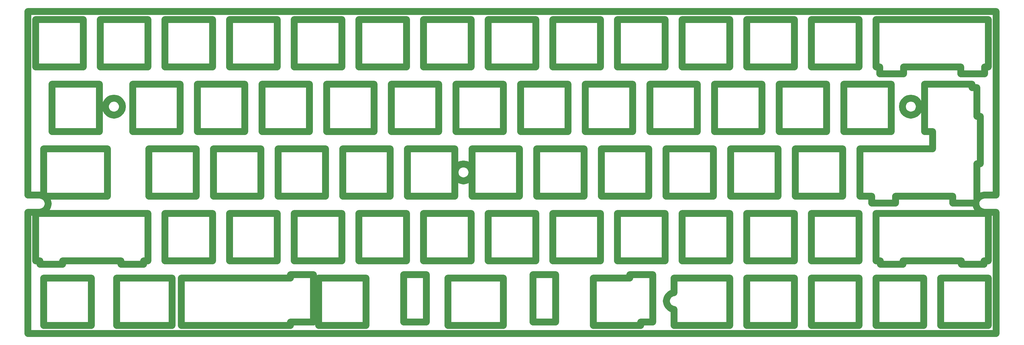
<source format=gbr>
G04 #@! TF.GenerationSoftware,KiCad,Pcbnew,(5.1.10)-1*
G04 #@! TF.CreationDate,2021-11-04T18:57:27+09:00*
G04 #@! TF.ProjectId,Plate2,506c6174-6532-42e6-9b69-6361645f7063,rev?*
G04 #@! TF.SameCoordinates,Original*
G04 #@! TF.FileFunction,Soldermask,Bot*
G04 #@! TF.FilePolarity,Negative*
%FSLAX46Y46*%
G04 Gerber Fmt 4.6, Leading zero omitted, Abs format (unit mm)*
G04 Created by KiCad (PCBNEW (5.1.10)-1) date 2021-11-04 18:57:27*
%MOMM*%
%LPD*%
G01*
G04 APERTURE LIST*
%ADD10C,2.000000*%
G04 APERTURE END LIST*
D10*
X3499301Y-59138401D02*
X4272380Y-59015700D01*
X248692751Y-54437001D02*
X248692751Y-56437001D01*
X280655751Y-44912001D02*
X280655751Y-30912001D01*
X-915Y-59138401D02*
X3499301Y-59138401D01*
X285374001Y-94874001D02*
X0Y-94874001D01*
X245224500Y-40437001D02*
X245224500Y-54437001D01*
X278274501Y-22474000D02*
X278274501Y-21387001D01*
X281873001Y-59138401D02*
X285374001Y-59138401D01*
X255692751Y-56437001D02*
X255692751Y-54437001D01*
X281950001Y-16337001D02*
X283037014Y-16337001D01*
X248692751Y-56437001D02*
X255692751Y-56437001D01*
X279374001Y-56637200D02*
X279497001Y-57410201D01*
X245224500Y-54437001D02*
X248692751Y-54437001D01*
X259224501Y-40437001D02*
X245224500Y-40437001D01*
X266655751Y-40431230D02*
X259224501Y-40437001D01*
X279405906Y-56437001D02*
X279374001Y-56637200D01*
X266655751Y-35387001D02*
X266655751Y-40431230D01*
X264274500Y-21387001D02*
X264274500Y-35387001D01*
X283037014Y-2337001D02*
X249987012Y-2337001D01*
X258074001Y-16337001D02*
X259512001Y-16337000D01*
X0Y0D02*
X285374001Y0D01*
X281100001Y-59015700D02*
X281873001Y-59138401D01*
X5876420Y-57410201D02*
X5999051Y-56638700D01*
X0Y-94874001D02*
X-915Y-59138401D01*
X278274501Y-21387001D02*
X264274500Y-21387001D01*
X279655751Y-55552789D02*
X279655751Y-44912001D01*
X279497001Y-57410201D02*
X279851001Y-58107601D01*
X279851001Y-55168301D02*
X279655751Y-55552789D01*
X4968300Y-54614100D02*
X4272380Y-54260201D01*
X5520891Y-55168301D02*
X4968300Y-54614100D01*
X279851001Y-58107601D02*
X280404001Y-58661501D01*
X4272380Y-59015700D02*
X4968300Y-58661501D01*
X285374001Y-59138401D02*
X285374001Y-94874001D01*
X255692751Y-54437001D02*
X272568751Y-54437001D01*
X279655751Y-22474000D02*
X278274501Y-22474000D01*
X280404001Y-58661501D02*
X281100001Y-59015700D01*
X281873001Y-54137501D02*
X281100001Y-54260201D01*
X4272380Y-54260201D02*
X3500680Y-54137501D01*
X5876420Y-55865400D02*
X5520891Y-55168301D01*
X264274500Y-35387001D02*
X266655751Y-35387001D01*
X259512001Y-16337000D02*
X274950073Y-16337000D01*
X-915Y-54137501D02*
X0Y0D01*
X285374001Y-54137501D02*
X281873001Y-54137501D01*
X279655751Y-30912001D02*
X279655751Y-22474000D01*
X285374001Y0D02*
X285374001Y-54137501D01*
X3500680Y-54137501D02*
X-915Y-54137501D01*
X281950001Y-18337001D02*
X281950001Y-16337001D01*
X272568751Y-54437001D02*
X272568751Y-56437001D01*
X281100001Y-54260201D02*
X280404001Y-54614100D01*
X279655751Y-44912001D02*
X280655751Y-44912001D01*
X280404001Y-54614100D02*
X279851001Y-55168301D01*
X274950073Y-16337000D02*
X274950001Y-18337001D01*
X5999051Y-56638700D02*
X5876420Y-55865400D01*
X283037014Y-16337001D02*
X283037014Y-2337001D01*
X4968300Y-58661501D02*
X5520891Y-58107601D01*
X272568751Y-56437001D02*
X279405906Y-56437001D01*
X280655751Y-30912001D02*
X279655751Y-30912001D01*
X274950001Y-18337001D02*
X281950001Y-18337001D01*
X5520891Y-58107601D02*
X5876420Y-57410201D01*
X249987000Y-73487001D02*
X251199001Y-73487001D01*
X249987000Y-59487001D02*
X249987000Y-73487001D01*
X2337000Y-59487001D02*
X2337000Y-73487001D01*
X35387001Y-59487001D02*
X2337000Y-59487001D01*
X10299001Y-73487001D02*
X27425001Y-73487001D01*
X177405751Y-78537001D02*
X166643251Y-78537001D01*
X23480751Y-54437001D02*
X23480751Y-40437001D01*
X4718250Y-78537001D02*
X4718250Y-92537001D01*
X10299001Y-74487001D02*
X10299001Y-73487001D01*
X2337000Y-73487001D02*
X3549000Y-73487001D01*
X34175001Y-73487001D02*
X35387001Y-73487001D01*
X240462000Y-35387001D02*
X254462001Y-35387001D01*
X26149501Y-92537001D02*
X42530751Y-92537001D01*
X27425001Y-74487001D02*
X34175001Y-74487001D01*
X184155751Y-77537001D02*
X177405751Y-77537001D01*
X140162001Y-78537001D02*
X123780751Y-78537001D01*
X42530751Y-78537001D02*
X26149501Y-78537001D01*
X140162001Y-92537001D02*
X140162001Y-78537001D01*
X180643251Y-92537001D02*
X180643251Y-91537001D01*
X244937001Y-59487001D02*
X230937000Y-59487001D01*
X230937000Y-73487001D02*
X244937001Y-73487001D01*
X230937000Y-59487001D02*
X230937000Y-73487001D01*
X26149501Y-78537001D02*
X26149501Y-92537001D01*
X166643251Y-92537001D02*
X180643251Y-92537001D01*
X123780751Y-92537001D02*
X140162001Y-92537001D01*
X18718251Y-92537001D02*
X18718251Y-78537001D01*
X244937001Y-73487001D02*
X244937001Y-59487001D01*
X254462001Y-35387001D02*
X254462001Y-21387001D01*
X177405751Y-77537001D02*
X177405751Y-78537001D01*
X4718250Y-40437001D02*
X4718250Y-54437001D01*
X123780751Y-78537001D02*
X123780751Y-92537001D01*
X251199001Y-73487001D02*
X251199001Y-74487001D01*
X240174501Y-40437001D02*
X226174501Y-40437001D01*
X258074001Y-18337001D02*
X258074001Y-16337001D01*
X240174501Y-54437001D02*
X240174501Y-40437001D01*
X34175001Y-74487001D02*
X34175001Y-73487001D01*
X281825001Y-73487001D02*
X283037000Y-73487001D01*
X4718250Y-54437001D02*
X23480751Y-54437001D01*
X23480751Y-40437001D02*
X4718250Y-40437001D01*
X3549000Y-73487001D02*
X3549000Y-74487001D01*
X18718251Y-78537001D02*
X4718250Y-78537001D01*
X240462000Y-21387001D02*
X240462000Y-35387001D01*
X4718250Y-92537001D02*
X18718251Y-92537001D01*
X166643251Y-78537001D02*
X166643251Y-92537001D01*
X180643251Y-91537001D02*
X184155751Y-91537001D01*
X251074000Y-18337001D02*
X258074001Y-18337001D01*
X251073916Y-16337001D02*
X251074000Y-18337001D01*
X249987012Y-16337001D02*
X251073916Y-16337001D01*
X275075001Y-73487001D02*
X275075001Y-74487001D01*
X249987012Y-2337001D02*
X249987012Y-16337001D01*
X35387001Y-73487001D02*
X35387001Y-59487001D01*
X27425001Y-73487001D02*
X27425001Y-74487001D01*
X184155751Y-91537001D02*
X184155751Y-77537001D01*
X283037000Y-59487001D02*
X249987000Y-59487001D01*
X283037000Y-73487001D02*
X283037000Y-59487001D01*
X42530751Y-92537001D02*
X42530751Y-78537001D01*
X254462001Y-21387001D02*
X240462000Y-21387001D01*
X226174501Y-40437001D02*
X226174501Y-54437001D01*
X251199001Y-74487001D02*
X257949000Y-74487001D01*
X281825001Y-74487001D02*
X281825001Y-73487001D01*
X275075001Y-74487001D02*
X281825001Y-74487001D01*
X257949000Y-73487001D02*
X275075001Y-73487001D01*
X257949000Y-74487001D02*
X257949000Y-73487001D01*
X3549000Y-74487001D02*
X10299001Y-74487001D01*
X225887001Y-73487001D02*
X225887001Y-59487001D01*
X148837001Y-77537001D02*
X148837001Y-91537001D01*
X117487001Y-91537001D02*
X117487001Y-77537001D01*
X77405751Y-78537001D02*
X45199501Y-78537001D01*
X206837001Y-78537001D02*
X190455751Y-78537001D01*
X155587001Y-77537001D02*
X148837001Y-77537001D01*
X148837001Y-91537001D02*
X155587001Y-91537001D01*
X77405751Y-77537001D02*
X77405751Y-78537001D01*
X77405751Y-91537001D02*
X84155751Y-91537001D01*
X261008001Y-25660200D02*
X260236000Y-25537800D01*
X155587001Y-91537001D02*
X155587001Y-77537001D01*
X262613001Y-28810500D02*
X262736000Y-28038600D01*
X258213001Y-29506500D02*
X258766001Y-30060401D01*
X23009601Y-27264300D02*
X22886901Y-28038600D01*
X27406901Y-26568200D02*
X26855701Y-26014400D01*
X261705000Y-26014400D02*
X261008001Y-25660200D01*
X27886400Y-28038600D02*
X27763801Y-27264300D01*
X23009601Y-28810500D02*
X23363701Y-29506500D01*
X262258001Y-29506500D02*
X262613001Y-28810500D01*
X259463001Y-30414600D02*
X260236000Y-30538401D01*
X258766001Y-26014400D02*
X258213001Y-26568200D01*
X26855701Y-30060401D02*
X27406901Y-29506500D01*
X25386701Y-30538401D02*
X26159801Y-30414600D01*
X22886901Y-28038600D02*
X23009601Y-28810500D01*
X26855701Y-26014400D02*
X26159801Y-25660200D01*
X206837001Y-92537001D02*
X206837001Y-78537001D01*
X27763801Y-27264300D02*
X27406901Y-26568200D01*
X45199501Y-78537001D02*
X45199501Y-92537001D01*
X262736000Y-28038600D02*
X262613001Y-27264300D01*
X23917701Y-26014400D02*
X23363701Y-26568200D01*
X262613001Y-27264300D02*
X262258001Y-26568200D01*
X23363701Y-29506500D02*
X23917701Y-30060401D01*
X24613600Y-30414600D02*
X25386701Y-30538401D01*
X259463001Y-25660200D02*
X258766001Y-26014400D01*
X260236000Y-25537800D02*
X259463001Y-25660200D01*
X260236000Y-30538401D02*
X261008001Y-30414600D01*
X27763801Y-28810500D02*
X27886400Y-28038600D01*
X117487001Y-77537001D02*
X110737001Y-77537001D01*
X262258001Y-26568200D02*
X261705000Y-26014400D01*
X84155751Y-77537001D02*
X77405751Y-77537001D01*
X23363701Y-26568200D02*
X23009601Y-27264300D01*
X24613600Y-25660200D02*
X23917701Y-26014400D01*
X211887001Y-73487001D02*
X225887001Y-73487001D01*
X258213001Y-26568200D02*
X257858001Y-27264300D01*
X110737001Y-91537001D02*
X117487001Y-91537001D01*
X211887001Y-59487001D02*
X211887001Y-73487001D01*
X110737001Y-77537001D02*
X110737001Y-91537001D01*
X26159801Y-25660200D02*
X25386701Y-25537800D01*
X26159801Y-30414600D02*
X26855701Y-30060401D01*
X257858001Y-28810500D02*
X258213001Y-29506500D01*
X261008001Y-30414600D02*
X261705000Y-30060401D01*
X225887001Y-59487001D02*
X211887001Y-59487001D01*
X190455751Y-78537001D02*
X190455751Y-82874460D01*
X84155751Y-91537001D02*
X84155751Y-77537001D01*
X257858001Y-27264300D02*
X257736000Y-28038600D01*
X45199501Y-92537001D02*
X77405751Y-92537001D01*
X258766001Y-30060401D02*
X259463001Y-30414600D01*
X261705000Y-30060401D02*
X262258001Y-29506500D01*
X23917701Y-30060401D02*
X24613600Y-30414600D01*
X226174501Y-54437001D02*
X240174501Y-54437001D01*
X77405751Y-92537001D02*
X77405751Y-91537001D01*
X257736000Y-28038600D02*
X257858001Y-28810500D01*
X25386701Y-25537800D02*
X24613600Y-25660200D01*
X27406901Y-29506500D02*
X27763801Y-28810500D01*
X189216001Y-83316001D02*
X188663001Y-83868601D01*
X130410001Y-45968500D02*
X129856001Y-45414301D01*
X225887001Y-92537001D02*
X225887001Y-78537001D01*
X225887001Y-78537001D02*
X211887001Y-78537001D01*
X127614001Y-45060100D02*
X126918001Y-45414301D01*
X230937000Y-78537001D02*
X230937000Y-92537001D01*
X225887001Y-2337001D02*
X211887001Y-2337001D01*
X230937000Y-92537001D02*
X244937001Y-92537001D01*
X99680751Y-78537001D02*
X85680751Y-78537001D01*
X221412000Y-21387001D02*
X221412000Y-35387001D01*
X190455751Y-92537001D02*
X206837001Y-92537001D01*
X190455751Y-87800692D02*
X190455751Y-92537001D01*
X188663001Y-83868601D02*
X188310001Y-84565901D01*
X130410001Y-48907901D02*
X130764001Y-48210400D01*
X190455751Y-82874460D02*
X189913001Y-82960501D01*
X126364001Y-45968500D02*
X126007001Y-46664201D01*
X128387001Y-49938701D02*
X129160001Y-49815900D01*
X126007001Y-46664201D02*
X125887001Y-47438901D01*
X283037001Y-92537001D02*
X283037001Y-78537001D01*
X189913001Y-87714701D02*
X190455751Y-87800692D01*
X99680751Y-92537001D02*
X99680751Y-78537001D01*
X188310001Y-86110661D02*
X188663001Y-86806551D01*
X188187001Y-85337581D02*
X188310001Y-86110661D01*
X211887001Y-2337001D02*
X211887001Y-16337000D01*
X189913001Y-82960501D02*
X189216001Y-83316001D01*
X129856001Y-45414301D02*
X129160001Y-45060100D01*
X129160001Y-49815900D02*
X129856001Y-49460301D01*
X126364001Y-48907901D02*
X126918001Y-49460301D01*
X164262001Y-35387001D02*
X178262001Y-35387001D01*
X178262001Y-35387001D02*
X178262001Y-21387001D01*
X249987000Y-78537001D02*
X249987000Y-92537001D01*
X85680751Y-78537001D02*
X85680751Y-92537001D01*
X126007001Y-48210400D02*
X126364001Y-48907901D01*
X188310001Y-84565901D02*
X188187001Y-85337581D01*
X128387001Y-44939100D02*
X127614001Y-45060100D01*
X130764001Y-48210400D02*
X130888001Y-47438901D01*
X127614001Y-49815900D02*
X128387001Y-49938701D01*
X263987001Y-92537001D02*
X263987001Y-78537001D01*
X244937001Y-92537001D02*
X244937001Y-78537001D01*
X249987000Y-92537001D02*
X263987001Y-92537001D01*
X85680751Y-92537001D02*
X99680751Y-92537001D01*
X235412001Y-21387001D02*
X221412000Y-21387001D01*
X178262001Y-21387001D02*
X164262001Y-21387001D01*
X263987001Y-78537001D02*
X249987000Y-78537001D01*
X129160001Y-45060100D02*
X128387001Y-44939100D01*
X129856001Y-49460301D02*
X130410001Y-48907901D01*
X130888001Y-47438901D02*
X130764001Y-46664201D01*
X125887001Y-47438901D02*
X126007001Y-48210400D01*
X211887001Y-92537001D02*
X225887001Y-92537001D01*
X244937001Y-78537001D02*
X230937000Y-78537001D01*
X211887001Y-16337000D02*
X225887001Y-16337000D01*
X235412001Y-35387001D02*
X235412001Y-21387001D01*
X225887001Y-16337000D02*
X225887001Y-2337001D01*
X126918001Y-45414301D02*
X126364001Y-45968500D01*
X130764001Y-46664201D02*
X130410001Y-45968500D01*
X211887001Y-78537001D02*
X211887001Y-92537001D01*
X126918001Y-49460301D02*
X127614001Y-49815900D01*
X164262001Y-21387001D02*
X164262001Y-35387001D01*
X283037001Y-78537001D02*
X269037001Y-78537001D01*
X269037001Y-92537001D02*
X283037001Y-92537001D01*
X221412000Y-35387001D02*
X235412001Y-35387001D01*
X269037001Y-78537001D02*
X269037001Y-92537001D01*
X189216001Y-87360550D02*
X189913001Y-87714701D01*
X188663001Y-86806551D02*
X189216001Y-87360550D01*
X78537001Y-2337001D02*
X78537001Y-16337000D01*
X135687001Y-16337000D02*
X149687001Y-16337000D01*
X49674501Y-54437001D02*
X49674501Y-40437001D01*
X35674501Y-54437001D02*
X49674501Y-54437001D01*
X216362001Y-21387001D02*
X202362001Y-21387001D01*
X140162001Y-21387001D02*
X126162001Y-21387001D01*
X126162001Y-35387001D02*
X140162001Y-35387001D01*
X78537001Y-16337000D02*
X92537001Y-16337000D01*
X140162001Y-35387001D02*
X140162001Y-21387001D01*
X116637001Y-2337001D02*
X116637001Y-16337000D01*
X130637000Y-2337001D02*
X116637001Y-2337001D01*
X102062001Y-35387001D02*
X102062001Y-21387001D01*
X73774501Y-40437001D02*
X73774501Y-54437001D01*
X73487001Y-59487001D02*
X59487001Y-59487001D01*
X206837001Y-16337000D02*
X206837001Y-2337001D01*
X88062001Y-35387001D02*
X102062001Y-35387001D01*
X68724501Y-40437001D02*
X54724501Y-40437001D01*
X59487001Y-73487001D02*
X73487001Y-73487001D01*
X144924501Y-54437001D02*
X144924501Y-40437001D01*
X83012001Y-21387001D02*
X69012001Y-21387001D01*
X54724501Y-40437001D02*
X54724501Y-54437001D01*
X49674501Y-40437001D02*
X35674501Y-40437001D01*
X187787001Y-16337000D02*
X187787001Y-2337001D01*
X59487001Y-59487001D02*
X59487001Y-73487001D01*
X206837001Y-2337001D02*
X192837001Y-2337001D01*
X216362001Y-35387001D02*
X216362001Y-21387001D01*
X192837001Y-16337000D02*
X206837001Y-16337000D01*
X149687001Y-16337000D02*
X149687001Y-2337001D01*
X102062001Y-21387001D02*
X88062001Y-21387001D01*
X154737001Y-16337000D02*
X168737001Y-16337000D01*
X116637001Y-16337000D02*
X130637000Y-16337000D01*
X73487001Y-73487001D02*
X73487001Y-59487001D01*
X173787001Y-16337000D02*
X187787001Y-16337000D01*
X83012001Y-35387001D02*
X83012001Y-21387001D01*
X126162001Y-21387001D02*
X126162001Y-35387001D01*
X144924501Y-40437001D02*
X130924501Y-40437001D01*
X68724501Y-54437001D02*
X68724501Y-40437001D01*
X107112001Y-35387001D02*
X121112001Y-35387001D01*
X130637000Y-16337000D02*
X130637000Y-2337001D01*
X92537001Y-2337001D02*
X78537001Y-2337001D01*
X168737001Y-16337000D02*
X168737001Y-2337001D01*
X154737001Y-2337001D02*
X154737001Y-16337000D01*
X69012001Y-21387001D02*
X69012001Y-35387001D01*
X202362001Y-21387001D02*
X202362001Y-35387001D01*
X121112001Y-21387001D02*
X107112001Y-21387001D01*
X121112001Y-35387001D02*
X121112001Y-21387001D01*
X130924501Y-40437001D02*
X130924501Y-54437001D01*
X192837001Y-2337001D02*
X192837001Y-16337000D01*
X187787001Y-2337001D02*
X173787001Y-2337001D01*
X87774501Y-40437001D02*
X73774501Y-40437001D01*
X35674501Y-40437001D02*
X35674501Y-54437001D01*
X107112001Y-21387001D02*
X107112001Y-35387001D01*
X168737001Y-2337001D02*
X154737001Y-2337001D01*
X92537001Y-16337000D02*
X92537001Y-2337001D01*
X73774501Y-54437001D02*
X87774501Y-54437001D01*
X149687001Y-2337001D02*
X135687001Y-2337001D01*
X130924501Y-54437001D02*
X144924501Y-54437001D01*
X88062001Y-21387001D02*
X88062001Y-35387001D01*
X173787001Y-2337001D02*
X173787001Y-16337000D01*
X135687001Y-2337001D02*
X135687001Y-16337000D01*
X87774501Y-54437001D02*
X87774501Y-40437001D01*
X69012001Y-35387001D02*
X83012001Y-35387001D01*
X54724501Y-54437001D02*
X68724501Y-54437001D01*
X202362001Y-35387001D02*
X216362001Y-35387001D01*
X40437001Y-16337000D02*
X54437001Y-16337000D01*
X16337000Y-16337000D02*
X16337000Y-2337001D01*
X197312001Y-21387001D02*
X183312001Y-21387001D01*
X44912001Y-35387001D02*
X44912001Y-21387001D01*
X159212001Y-35387001D02*
X159212001Y-21387001D01*
X16337000Y-2337001D02*
X2337001Y-2337001D01*
X73487001Y-2337001D02*
X59487001Y-2337001D01*
X7099500Y-21387001D02*
X7099500Y-35387001D01*
X59487001Y-16337000D02*
X73487001Y-16337000D01*
X183312001Y-35387001D02*
X197312001Y-35387001D01*
X106824501Y-40437001D02*
X92824501Y-40437001D01*
X111587001Y-16337000D02*
X111587001Y-2337001D01*
X130637000Y-73487001D02*
X130637000Y-59487001D01*
X92537001Y-73487001D02*
X92537001Y-59487001D01*
X78537001Y-73487001D02*
X92537001Y-73487001D01*
X44912001Y-21387001D02*
X30912001Y-21387001D01*
X54437001Y-2337001D02*
X40437001Y-2337001D01*
X244937001Y-16337000D02*
X244937001Y-2337001D01*
X244937001Y-2337001D02*
X230937000Y-2337001D01*
X73487001Y-16337000D02*
X73487001Y-2337001D01*
X59487001Y-2337001D02*
X59487001Y-16337000D01*
X92824501Y-40437001D02*
X92824501Y-54437001D01*
X35387001Y-16337000D02*
X35387001Y-2337001D01*
X21099501Y-35387001D02*
X21099501Y-21387001D01*
X106824501Y-54437001D02*
X106824501Y-40437001D01*
X92824501Y-54437001D02*
X106824501Y-54437001D01*
X111874501Y-40437001D02*
X111874501Y-54437001D01*
X97587001Y-2337001D02*
X97587001Y-16337000D01*
X130637000Y-59487001D02*
X116637001Y-59487001D01*
X78537001Y-59487001D02*
X78537001Y-73487001D01*
X63962001Y-35387001D02*
X63962001Y-21387001D01*
X49962001Y-35387001D02*
X63962001Y-35387001D01*
X21099501Y-21387001D02*
X7099500Y-21387001D01*
X111587001Y-2337001D02*
X97587001Y-2337001D01*
X197312001Y-35387001D02*
X197312001Y-21387001D01*
X183312001Y-21387001D02*
X183312001Y-35387001D01*
X30912001Y-35387001D02*
X44912001Y-35387001D01*
X30912001Y-21387001D02*
X30912001Y-35387001D01*
X2337001Y-2337001D02*
X2337001Y-16337000D01*
X7099500Y-35387001D02*
X21099501Y-35387001D01*
X159212001Y-21387001D02*
X145212001Y-21387001D01*
X145212001Y-35387001D02*
X159212001Y-35387001D01*
X116637001Y-73487001D02*
X130637000Y-73487001D01*
X125874501Y-40437001D02*
X111874501Y-40437001D01*
X21387001Y-2337001D02*
X21387001Y-16337000D01*
X97587001Y-16337000D02*
X111587001Y-16337000D01*
X125874501Y-54437001D02*
X125874501Y-40437001D01*
X111874501Y-54437001D02*
X125874501Y-54437001D01*
X97587001Y-59487001D02*
X97587001Y-73487001D01*
X116637001Y-59487001D02*
X116637001Y-73487001D01*
X92537001Y-59487001D02*
X78537001Y-59487001D01*
X111587001Y-59487001D02*
X97587001Y-59487001D01*
X145212001Y-21387001D02*
X145212001Y-35387001D01*
X21387001Y-16337000D02*
X35387001Y-16337000D01*
X54437001Y-16337000D02*
X54437001Y-2337001D01*
X230937000Y-16337000D02*
X244937001Y-16337000D01*
X111587001Y-73487001D02*
X111587001Y-59487001D01*
X40437001Y-2337001D02*
X40437001Y-16337000D01*
X49962001Y-21387001D02*
X49962001Y-35387001D01*
X230937000Y-2337001D02*
X230937000Y-16337000D01*
X97587001Y-73487001D02*
X111587001Y-73487001D01*
X63962001Y-21387001D02*
X49962001Y-21387001D01*
X35387001Y-2337001D02*
X21387001Y-2337001D01*
X2337001Y-16337000D02*
X16337000Y-16337000D01*
X192837001Y-59487001D02*
X192837001Y-73487001D01*
X183024501Y-40437001D02*
X169024501Y-40437001D01*
X163974501Y-54437001D02*
X163974501Y-40437001D01*
X192837001Y-73487001D02*
X206837001Y-73487001D01*
X188074501Y-40437001D02*
X188074501Y-54437001D01*
X149687001Y-73487001D02*
X149687001Y-59487001D01*
X169024501Y-40437001D02*
X169024501Y-54437001D01*
X188074501Y-54437001D02*
X202074501Y-54437001D01*
X149687001Y-59487001D02*
X135687001Y-59487001D01*
X154737001Y-59487001D02*
X154737001Y-73487001D01*
X168737001Y-73487001D02*
X168737001Y-59487001D01*
X206837001Y-59487001D02*
X192837001Y-59487001D01*
X40437001Y-59487001D02*
X40437001Y-73487001D01*
X54437001Y-73487001D02*
X54437001Y-59487001D01*
X149974501Y-54437001D02*
X163974501Y-54437001D01*
X54437001Y-59487001D02*
X40437001Y-59487001D01*
X202074501Y-40437001D02*
X188074501Y-40437001D01*
X206837001Y-73487001D02*
X206837001Y-59487001D01*
X187787001Y-73487001D02*
X187787001Y-59487001D01*
X173787001Y-73487001D02*
X187787001Y-73487001D01*
X173787001Y-59487001D02*
X173787001Y-73487001D01*
X40437001Y-73487001D02*
X54437001Y-73487001D01*
X187787001Y-59487001D02*
X173787001Y-59487001D01*
X135687001Y-59487001D02*
X135687001Y-73487001D01*
X221124501Y-40437001D02*
X207124501Y-40437001D01*
X221124501Y-54437001D02*
X221124501Y-40437001D01*
X207124501Y-54437001D02*
X221124501Y-54437001D01*
X169024501Y-54437001D02*
X183024501Y-54437001D01*
X135687001Y-73487001D02*
X149687001Y-73487001D01*
X168737001Y-59487001D02*
X154737001Y-59487001D01*
X154737001Y-73487001D02*
X168737001Y-73487001D01*
X163974501Y-40437001D02*
X149974501Y-40437001D01*
X202074501Y-54437001D02*
X202074501Y-40437001D01*
X207124501Y-40437001D02*
X207124501Y-54437001D01*
X183024501Y-54437001D02*
X183024501Y-40437001D01*
X149974501Y-40437001D02*
X149974501Y-54437001D01*
M02*

</source>
